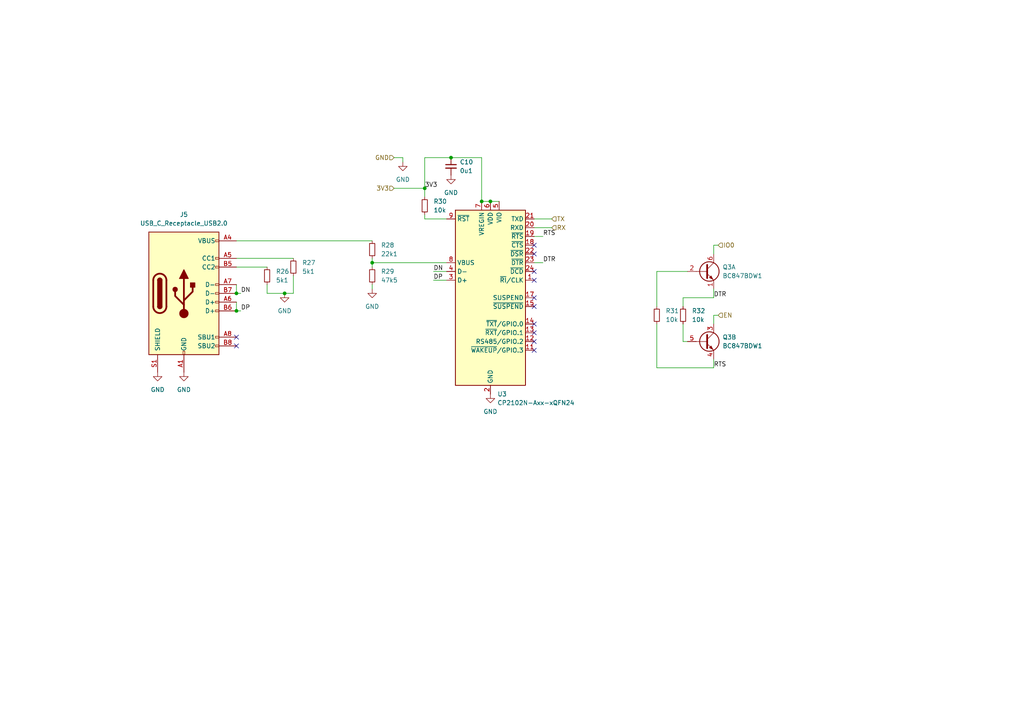
<source format=kicad_sch>
(kicad_sch (version 20211123) (generator eeschema)
  (paper "A4")
  (lib_symbols
    (symbol "Connector:USB_C_Receptacle_USB2.0" (pin_names (offset 1.016))
      (property "Reference" "J" (at -10.16 19.05 0))
      (property "Value" "USB_C_Receptacle_USB2.0" (at 19.05 19.05 0))
      (symbol "USB_C_Receptacle_USB2.0_0_0"
        (rectangle (start -0.254 -17.78) (end 0.254 -16.764))
        (rectangle (start 10.16 -14.986) (end 9.144 -15.494))
        (rectangle (start 10.16 -12.446) (end 9.144 -12.954))
        (rectangle (start 10.16 -4.826) (end 9.144 -5.334))
        (rectangle (start 10.16 -2.286) (end 9.144 -2.794))
        (rectangle (start 10.16 0.254) (end 9.144 -0.254))
        (rectangle (start 10.16 2.794) (end 9.144 2.286))
        (rectangle (start 10.16 7.874) (end 9.144 7.366))
        (rectangle (start 10.16 10.414) (end 9.144 9.906))
        (rectangle (start 10.16 15.494) (end 9.144 14.986))
      )
      (symbol "USB_C_Receptacle_USB2.0_0_1"
        (rectangle (start -10.16 17.78) (end 10.16 -17.78) (stroke (width 0.254)) (fill (type background)))
        (arc (start -8.89 -3.81) (mid -6.985 -5.715) (end -5.08 -3.81) (stroke (width 0.508)))
        (arc (start -7.62 -3.81) (mid -6.985 -4.445) (end -6.35 -3.81) (stroke (width 0.254)))
        (arc (start -7.62 -3.81) (mid -6.985 -4.445) (end -6.35 -3.81) (stroke (width 0.254)) (fill (type outline)))
        (rectangle (start -7.62 -3.81) (end -6.35 3.81) (stroke (width 0.254)) (fill (type outline)))
        (arc (start -6.35 3.81) (mid -6.985 4.445) (end -7.62 3.81) (stroke (width 0.254)))
        (arc (start -6.35 3.81) (mid -6.985 4.445) (end -7.62 3.81) (stroke (width 0.254)) (fill (type outline)))
        (arc (start -5.08 3.81) (mid -6.985 5.715) (end -8.89 3.81) (stroke (width 0.508)))
        (circle (center -2.54 1.143) (radius 0.635) (stroke (width 0.254)) (fill (type outline)))
        (circle (center 0 -5.842) (radius 1.27) (fill (type outline)))
        (polyline (pts (xy -8.89 -3.81) (xy -8.89 3.81)) (stroke (width 0.508)))
        (polyline (pts (xy -5.08 3.81) (xy -5.08 -3.81)) (stroke (width 0.508)))
        (polyline (pts (xy 0 -5.842) (xy 0 4.318)) (stroke (width 0.508)))
        (polyline (pts (xy 0 -3.302) (xy -2.54 -0.762) (xy -2.54 0.508)) (stroke (width 0.508)))
        (polyline (pts (xy 0 -2.032) (xy 2.54 0.508) (xy 2.54 1.778)) (stroke (width 0.508)))
        (polyline (pts (xy -1.27 4.318) (xy 0 6.858) (xy 1.27 4.318) (xy -1.27 4.318)) (stroke (width 0.254)) (fill (type outline)))
        (rectangle (start 1.905 1.778) (end 3.175 3.048) (stroke (width 0.254)) (fill (type outline)))
      )
      (symbol "USB_C_Receptacle_USB2.0_1_1"
        (pin passive line (at 0 -22.86 90) (length 5.08) (name "GND") (number "A1"))
        (pin passive line (at 0 -22.86 90) (length 5.08) hide (name "GND") (number "A12"))
        (pin passive line (at 15.24 15.24 180) (length 5.08) (name "VBUS") (number "A4"))
        (pin bidirectional line (at 15.24 10.16 180) (length 5.08) (name "CC1") (number "A5"))
        (pin bidirectional line (at 15.24 -2.54 180) (length 5.08) (name "D+") (number "A6"))
        (pin bidirectional line (at 15.24 2.54 180) (length 5.08) (name "D-") (number "A7"))
        (pin bidirectional line (at 15.24 -12.7 180) (length 5.08) (name "SBU1") (number "A8"))
        (pin passive line (at 15.24 15.24 180) (length 5.08) hide (name "VBUS") (number "A9"))
        (pin passive line (at 0 -22.86 90) (length 5.08) hide (name "GND") (number "B1"))
        (pin passive line (at 0 -22.86 90) (length 5.08) hide (name "GND") (number "B12"))
        (pin passive line (at 15.24 15.24 180) (length 5.08) hide (name "VBUS") (number "B4"))
        (pin bidirectional line (at 15.24 7.62 180) (length 5.08) (name "CC2") (number "B5"))
        (pin bidirectional line (at 15.24 -5.08 180) (length 5.08) (name "D+") (number "B6"))
        (pin bidirectional line (at 15.24 0 180) (length 5.08) (name "D-") (number "B7"))
        (pin bidirectional line (at 15.24 -15.24 180) (length 5.08) (name "SBU2") (number "B8"))
        (pin passive line (at 15.24 15.24 180) (length 5.08) hide (name "VBUS") (number "B9"))
        (pin passive line (at -7.62 -22.86 90) (length 5.08) (name "SHIELD") (number "S1"))
      )
    )
    (symbol "Device:C_Small" (pin_numbers hide) (pin_names (offset 0.254) hide)
      (property "Reference" "C" (at 0.254 1.778 0))
      (property "Value" "C_Small" (at 0.254 -2.032 0))
      (symbol "C_Small_0_1"
        (polyline (pts (xy -1.524 -0.508) (xy 1.524 -0.508)) (stroke (width 0.3302)))
        (polyline (pts (xy -1.524 0.508) (xy 1.524 0.508)) (stroke (width 0.3048)))
      )
      (symbol "C_Small_1_1"
        (pin passive line (at 0 2.54 270) (length 2.032) (name "~") (number "1"))
        (pin passive line (at 0 -2.54 90) (length 2.032) (name "~") (number "2"))
      )
    )
    (symbol "Device:R_Small" (pin_numbers hide) (pin_names (offset 0.254) hide)
      (property "Reference" "R" (at 0.762 0.508 0))
      (property "Value" "R_Small" (at 0.762 -1.016 0))
      (symbol "R_Small_0_1"
        (rectangle (start -0.762 1.778) (end 0.762 -1.778) (stroke (width 0.2032)))
      )
      (symbol "R_Small_1_1"
        (pin passive line (at 0 2.54 270) (length 0.762) (name "~") (number "1"))
        (pin passive line (at 0 -2.54 90) (length 0.762) (name "~") (number "2"))
      )
    )
    (symbol "Interface_USB:CP2102N-Axx-xQFN24"
      (property "Reference" "U" (at -8.89 26.67 0))
      (property "Value" "CP2102N-Axx-xQFN24" (at 13.97 26.67 0))
      (symbol "CP2102N-Axx-xQFN24_0_1"
        (rectangle (start -10.16 25.4) (end 10.16 -25.4) (stroke (width 0.254)) (fill (type background)))
      )
      (symbol "CP2102N-Axx-xQFN24_1_1"
        (pin bidirectional line (at 12.7 5.08 180) (length 2.54) (name "~{RI}/CLK") (number "1"))
        (pin no_connect line (at -10.16 -22.86 0) (length 2.54) hide (name "NC") (number "10"))
        (pin bidirectional line (at 12.7 -15.24 180) (length 2.54) (name "~{WAKEUP}/GPIO.3") (number "11"))
        (pin bidirectional line (at 12.7 -12.7 180) (length 2.54) (name "RS485/GPIO.2") (number "12"))
        (pin bidirectional line (at 12.7 -10.16 180) (length 2.54) (name "~{RXT}/GPIO.1") (number "13"))
        (pin bidirectional line (at 12.7 -7.62 180) (length 2.54) (name "~{TXT}/GPIO.0") (number "14"))
        (pin output line (at 12.7 -2.54 180) (length 2.54) (name "~{SUSPEND}") (number "15"))
        (pin no_connect line (at 10.16 -22.86 180) (length 2.54) hide (name "NC") (number "16"))
        (pin output line (at 12.7 0 180) (length 2.54) (name "SUSPEND") (number "17"))
        (pin input line (at 12.7 15.24 180) (length 2.54) (name "~{CTS}") (number "18"))
        (pin output line (at 12.7 17.78 180) (length 2.54) (name "~{RTS}") (number "19"))
        (pin power_in line (at 0 -27.94 90) (length 2.54) (name "GND") (number "2"))
        (pin input line (at 12.7 20.32 180) (length 2.54) (name "RXD") (number "20"))
        (pin output line (at 12.7 22.86 180) (length 2.54) (name "TXD") (number "21"))
        (pin input line (at 12.7 12.7 180) (length 2.54) (name "~{DSR}") (number "22"))
        (pin output line (at 12.7 10.16 180) (length 2.54) (name "~{DTR}") (number "23"))
        (pin input line (at 12.7 7.62 180) (length 2.54) (name "~{DCD}") (number "24"))
        (pin passive line (at 0 -27.94 90) (length 2.54) hide (name "GND") (number "25"))
        (pin bidirectional line (at -12.7 5.08 0) (length 2.54) (name "D+") (number "3"))
        (pin bidirectional line (at -12.7 7.62 0) (length 2.54) (name "D-") (number "4"))
        (pin power_in line (at 2.54 27.94 270) (length 2.54) (name "VIO") (number "5"))
        (pin power_in line (at 0 27.94 270) (length 2.54) (name "VDD") (number "6"))
        (pin power_in line (at -2.54 27.94 270) (length 2.54) (name "VREGIN") (number "7"))
        (pin input line (at -12.7 10.16 0) (length 2.54) (name "VBUS") (number "8"))
        (pin input line (at -12.7 22.86 0) (length 2.54) (name "~{RST}") (number "9"))
      )
    )
    (symbol "Transistor_BJT:BC847BDW1" (pin_names (offset 0) hide)
      (property "Reference" "Q" (at 5.08 1.27 0))
      (property "Value" "BC847BDW1" (at 5.08 -1.27 0))
      (symbol "BC847BDW1_0_1"
        (polyline (pts (xy 0.635 0) (xy -2.54 0)))
        (polyline (pts (xy 0.635 0.635) (xy 2.54 2.54)))
        (polyline (pts (xy 0.635 -0.635) (xy 2.54 -2.54) (xy 2.54 -2.54)))
        (polyline (pts (xy 0.635 1.905) (xy 0.635 -1.905) (xy 0.635 -1.905)) (stroke (width 0.508)))
        (polyline (pts (xy 1.27 -1.778) (xy 1.778 -1.27) (xy 2.286 -2.286) (xy 1.27 -1.778) (xy 1.27 -1.778)) (fill (type outline)))
        (circle (center 1.27 0) (radius 2.8194) (stroke (width 0.254)))
      )
      (symbol "BC847BDW1_1_1"
        (pin passive line (at 2.54 -5.08 90) (length 2.54) (name "E1") (number "1"))
        (pin input line (at -5.08 0 0) (length 2.54) (name "B1") (number "2"))
        (pin passive line (at 2.54 5.08 270) (length 2.54) (name "C1") (number "6"))
      )
      (symbol "BC847BDW1_2_1"
        (pin passive line (at 2.54 5.08 270) (length 2.54) (name "C2") (number "3"))
        (pin passive line (at 2.54 -5.08 90) (length 2.54) (name "E2") (number "4"))
        (pin input line (at -5.08 0 0) (length 2.54) (name "B2") (number "5"))
      )
    )
    (symbol "power:GND" (power) (pin_names (offset 0))
      (property "Value" "GND" (at 0 -3.81 0))
      (symbol "GND_0_1"
        (polyline (pts (xy 0 0) (xy 0 -1.27) (xy 1.27 -1.27) (xy 0 -2.54) (xy -1.27 -1.27) (xy 0 -1.27)))
      )
      (symbol "GND_1_1"
        (pin power_in line (at 0 0 270) (length 0) hide (name "GND") (number "1"))
      )
    )
  )
  (junction (at 139.7 58.42))
  (junction (at 68.58 90.17))
  (junction (at 142.24 58.42))
  (junction (at 130.81 45.72))
  (junction (at 123.19 54.61))
  (junction (at 68.58 85.09))
  (junction (at 107.95 76.2))
  (junction (at 82.55 85.09))
  (no_connect (at 68.58 100.33))
  (no_connect (at 68.58 97.79))
  (no_connect (at 154.94 81.28))
  (no_connect (at 154.94 78.74))
  (no_connect (at 154.94 71.12))
  (no_connect (at 154.94 73.66))
  (no_connect (at 154.94 86.36))
  (no_connect (at 154.94 88.9))
  (no_connect (at 154.94 93.98))
  (no_connect (at 154.94 96.52))
  (no_connect (at 154.94 99.06))
  (no_connect (at 154.94 101.6))
  (wire (pts (xy 68.58 82.55) (xy 68.58 85.09)))
  (wire (pts (xy 208.28 91.44) (xy 207.01 91.44)))
  (wire (pts (xy 123.19 63.5) (xy 129.54 63.5)))
  (wire (pts (xy 142.24 58.42) (xy 144.78 58.42)))
  (wire (pts (xy 154.94 66.04) (xy 160.02 66.04)))
  (wire (pts (xy 207.01 106.68) (xy 207.01 104.14)))
  (wire (pts (xy 190.5 93.98) (xy 190.5 106.68)))
  (wire (pts (xy 123.19 54.61) (xy 123.19 57.15)))
  (wire (pts (xy 68.58 77.47) (xy 77.47 77.47)))
  (wire (pts (xy 199.39 78.74) (xy 190.5 78.74)))
  (wire (pts (xy 208.28 71.12) (xy 207.01 71.12)))
  (wire (pts (xy 207.01 83.82) (xy 207.01 86.36)))
  (wire (pts (xy 207.01 71.12) (xy 207.01 73.66)))
  (wire (pts (xy 190.5 78.74) (xy 190.5 88.9)))
  (wire (pts (xy 139.7 58.42) (xy 142.24 58.42)))
  (wire (pts (xy 154.94 63.5) (xy 160.02 63.5)))
  (wire (pts (xy 125.73 78.74) (xy 129.54 78.74)))
  (wire (pts (xy 107.95 76.2) (xy 129.54 76.2)))
  (wire (pts (xy 68.58 85.09) (xy 69.85 85.09)))
  (wire (pts (xy 125.73 81.28) (xy 129.54 81.28)))
  (wire (pts (xy 123.19 62.23) (xy 123.19 63.5)))
  (wire (pts (xy 139.7 45.72) (xy 139.7 58.42)))
  (wire (pts (xy 123.19 45.72) (xy 123.19 54.61)))
  (wire (pts (xy 107.95 76.2) (xy 107.95 77.47)))
  (wire (pts (xy 68.58 87.63) (xy 68.58 90.17)))
  (wire (pts (xy 116.84 45.72) (xy 116.84 46.99)))
  (wire (pts (xy 114.3 45.72) (xy 116.84 45.72)))
  (wire (pts (xy 114.3 54.61) (xy 123.19 54.61)))
  (wire (pts (xy 77.47 82.55) (xy 77.47 85.09)))
  (wire (pts (xy 190.5 106.68) (xy 207.01 106.68)))
  (wire (pts (xy 68.58 90.17) (xy 69.85 90.17)))
  (wire (pts (xy 68.58 69.85) (xy 107.95 69.85)))
  (wire (pts (xy 198.12 99.06) (xy 199.39 99.06)))
  (wire (pts (xy 198.12 93.98) (xy 198.12 99.06)))
  (wire (pts (xy 154.94 68.58) (xy 157.48 68.58)))
  (wire (pts (xy 85.09 85.09) (xy 82.55 85.09)))
  (wire (pts (xy 130.81 45.72) (xy 139.7 45.72)))
  (wire (pts (xy 198.12 86.36) (xy 198.12 88.9)))
  (wire (pts (xy 130.81 45.72) (xy 123.19 45.72)))
  (wire (pts (xy 77.47 85.09) (xy 82.55 85.09)))
  (wire (pts (xy 85.09 80.01) (xy 85.09 85.09)))
  (wire (pts (xy 207.01 91.44) (xy 207.01 93.98)))
  (wire (pts (xy 68.58 74.93) (xy 85.09 74.93)))
  (wire (pts (xy 107.95 74.93) (xy 107.95 76.2)))
  (wire (pts (xy 207.01 86.36) (xy 198.12 86.36)))
  (wire (pts (xy 154.94 76.2) (xy 157.48 76.2)))
  (wire (pts (xy 107.95 82.55) (xy 107.95 83.82)))
  (label "RTS" (at 207.01 106.68 0))
  (label "RTS" (at 157.48 68.58 0))
  (label "DP" (at 125.73 81.28 0))
  (label "3V3" (at 123.19 54.61 0))
  (label "DN" (at 125.73 78.74 0))
  (label "DTR" (at 207.01 86.36 0))
  (label "DN" (at 69.85 85.09 0))
  (label "DP" (at 69.85 90.17 0))
  (label "DTR" (at 157.48 76.2 0))
  (hierarchical_label "RX" (shape input) (at 160.02 66.04 0))
  (hierarchical_label "EN" (shape input) (at 208.28 91.44 0))
  (hierarchical_label "IO0" (shape input) (at 208.28 71.12 0))
  (hierarchical_label "3V3" (shape input) (at 114.3 54.61 180))
  (hierarchical_label "GND" (shape input) (at 114.3 45.72 180))
  (hierarchical_label "TX" (shape input) (at 160.02 63.5 0))
  (symbol (lib_id "Interface_USB:CP2102N-Axx-xQFN24") (at 142.24 86.36 0) (unit 1)
    (property "Reference" "U3" (at 144.2594 114.3 0) (effects (justify left)))
    (property "Value" "CP2102N-Axx-xQFN24" (at 144.2594 116.84 0) (effects (justify left)))
    (property "Footprint" "Package_DFN_QFN:QFN-24-1EP_4x4mm_P0.5mm_EP2.6x2.6mm" (effects hide))
    (property "Datasheet" "https://www.silabs.com/documents/public/data-sheets/cp2102n-datasheet.pdf" (effects hide))
  )
  (symbol (lib_id "power:GND") (at 130.81 50.8 0) (unit 1)
    (property "Reference" "#PWR0118" (effects hide))
    (property "Value" "GND" (at 130.81 55.88 0))
  )
  (symbol (lib_id "Transistor_BJT:BC847BDW1") (at 204.47 78.74 0) (unit 1)
    (property "Reference" "Q3" (at 209.55 77.4699 0) (effects (justify left)))
    (property "Value" "BC847BDW1" (at 209.55 80.0099 0) (effects (justify left)))
    (property "Footprint" "Package_TO_SOT_SMD:SOT-363_SC-70-6" (effects hide))
    (property "Datasheet" "http://www.onsemi.com/pub_link/Collateral/BC846BDW1T1-D.PDF" (effects hide))
  )
  (symbol (lib_id "power:GND") (at 142.24 114.3 0) (unit 1)
    (property "Reference" "#PWR0117" (effects hide))
    (property "Value" "GND" (at 142.24 119.38 0))
  )
  (symbol (lib_id "power:GND") (at 45.72 107.95 0) (unit 1)
    (property "Reference" "#PWR0123" (effects hide))
    (property "Value" "GND" (at 45.72 113.03 0))
  )
  (symbol (lib_id "power:GND") (at 107.95 83.82 0) (unit 1)
    (property "Reference" "#PWR0120" (effects hide))
    (property "Value" "GND" (at 107.95 88.9 0))
  )
  (symbol (lib_id "Device:R_Small") (at 107.95 80.01 0) (unit 1)
    (property "Reference" "R29" (at 110.49 78.7399 0) (effects (justify left)))
    (property "Value" "47k5" (at 110.49 81.2799 0) (effects (justify left)))
    (property "Footprint" "Resistor_SMD:R_0603_1608Metric_Pad0.98x0.95mm_HandSolder" (effects hide))
  )
  (symbol (lib_id "Device:R_Small") (at 198.12 91.44 0) (unit 1)
    (property "Reference" "R32" (at 200.66 90.1699 0) (effects (justify left)))
    (property "Value" "10k" (at 200.66 92.7099 0) (effects (justify left)))
    (property "Footprint" "Resistor_SMD:R_0603_1608Metric_Pad0.98x0.95mm_HandSolder" (effects hide))
  )
  (symbol (lib_id "Device:R_Small") (at 107.95 72.39 0) (unit 1)
    (property "Reference" "R28" (at 110.49 71.1199 0) (effects (justify left)))
    (property "Value" "22k1" (at 110.49 73.6599 0) (effects (justify left)))
    (property "Footprint" "Resistor_SMD:R_0603_1608Metric_Pad0.98x0.95mm_HandSolder" (effects hide))
  )
  (symbol (lib_id "Connector:USB_C_Receptacle_USB2.0") (at 53.34 85.09 0) (unit 1)
    (property "Reference" "J5" (at 53.34 62.23 0))
    (property "Value" "USB_C_Receptacle_USB2.0" (at 53.34 64.77 0))
    (property "Datasheet" "https://www.usb.org/sites/default/files/documents/usb_type-c.zip" (effects hide))
  )
  (symbol (lib_id "power:GND") (at 116.84 46.99 0) (unit 1)
    (property "Reference" "#PWR0119" (effects hide))
    (property "Value" "GND" (at 116.84 52.07 0))
  )
  (symbol (lib_id "Transistor_BJT:BC847BDW1") (at 204.47 99.06 0) (unit 2)
    (property "Reference" "Q3" (at 209.55 97.7899 0) (effects (justify left)))
    (property "Value" "BC847BDW1" (at 209.55 100.3299 0) (effects (justify left)))
    (property "Footprint" "Package_TO_SOT_SMD:SOT-363_SC-70-6" (effects hide))
    (property "Datasheet" "http://www.onsemi.com/pub_link/Collateral/BC846BDW1T1-D.PDF" (effects hide))
  )
  (symbol (lib_id "Device:R_Small") (at 123.19 59.69 0) (unit 1)
    (property "Reference" "R30" (at 125.73 58.4199 0) (effects (justify left)))
    (property "Value" "10k" (at 125.73 60.9599 0) (effects (justify left)))
    (property "Footprint" "Resistor_SMD:R_0603_1608Metric_Pad0.98x0.95mm_HandSolder" (effects hide))
  )
  (symbol (lib_id "Device:C_Small") (at 130.81 48.26 0) (unit 1)
    (property "Reference" "C10" (at 133.35 46.9962 0) (effects (justify left)))
    (property "Value" "0u1" (at 133.35 49.5362 0) (effects (justify left)))
    (property "Footprint" "Capacitor_SMD:C_0603_1608Metric_Pad1.08x0.95mm_HandSolder" (effects hide))
  )
  (symbol (lib_id "power:GND") (at 53.34 107.95 0) (unit 1)
    (property "Reference" "#PWR0122" (effects hide))
    (property "Value" "GND" (at 53.34 113.03 0))
  )
  (symbol (lib_id "Device:R_Small") (at 85.09 77.47 0) (unit 1)
    (property "Reference" "R27" (at 87.63 76.1999 0) (effects (justify left)))
    (property "Value" "5k1" (at 87.63 78.7399 0) (effects (justify left)))
    (property "Footprint" "Resistor_SMD:R_0603_1608Metric_Pad0.98x0.95mm_HandSolder" (effects hide))
  )
  (symbol (lib_id "Device:R_Small") (at 190.5 91.44 0) (unit 1)
    (property "Reference" "R31" (at 193.04 90.1699 0) (effects (justify left)))
    (property "Value" "10k" (at 193.04 92.7099 0) (effects (justify left)))
    (property "Footprint" "Resistor_SMD:R_0603_1608Metric_Pad0.98x0.95mm_HandSolder" (effects hide))
  )
  (symbol (lib_id "power:GND") (at 82.55 85.09 0) (unit 1)
    (property "Reference" "#PWR0121" (effects hide))
    (property "Value" "GND" (at 82.55 90.17 0))
  )
  (symbol (lib_id "Device:R_Small") (at 77.47 80.01 0) (unit 1)
    (property "Reference" "R26" (at 80.01 78.7399 0) (effects (justify left)))
    (property "Value" "5k1" (at 80.01 81.2799 0) (effects (justify left)))
    (property "Footprint" "Resistor_SMD:R_0603_1608Metric_Pad0.98x0.95mm_HandSolder" (effects hide))
  )
)
</source>
